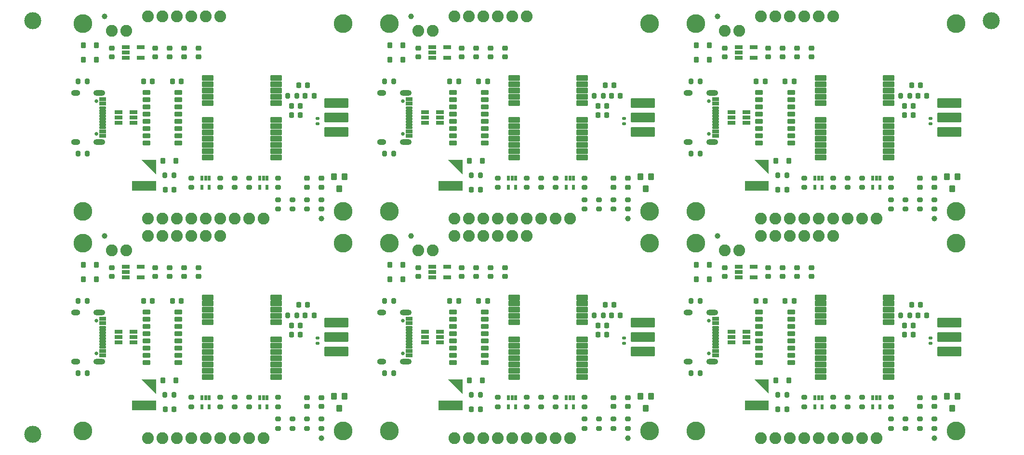
<source format=gts>
%TF.GenerationSoftware,KiCad,Pcbnew,7.0.6*%
%TF.CreationDate,2024-01-05T19:18:28-07:00*%
%TF.ProjectId,SparkFun_NEO-F10N_panelized,53706172-6b46-4756-9e5f-4e454f2d4631,rev?*%
%TF.SameCoordinates,Original*%
%TF.FileFunction,Soldermask,Top*%
%TF.FilePolarity,Negative*%
%FSLAX46Y46*%
G04 Gerber Fmt 4.6, Leading zero omitted, Abs format (unit mm)*
G04 Created by KiCad (PCBNEW 7.0.6) date 2024-01-05 19:18:28*
%MOMM*%
%LPD*%
G01*
G04 APERTURE LIST*
G04 Aperture macros list*
%AMRoundRect*
0 Rectangle with rounded corners*
0 $1 Rounding radius*
0 $2 $3 $4 $5 $6 $7 $8 $9 X,Y pos of 4 corners*
0 Add a 4 corners polygon primitive as box body*
4,1,4,$2,$3,$4,$5,$6,$7,$8,$9,$2,$3,0*
0 Add four circle primitives for the rounded corners*
1,1,$1+$1,$2,$3*
1,1,$1+$1,$4,$5*
1,1,$1+$1,$6,$7*
1,1,$1+$1,$8,$9*
0 Add four rect primitives between the rounded corners*
20,1,$1+$1,$2,$3,$4,$5,0*
20,1,$1+$1,$4,$5,$6,$7,0*
20,1,$1+$1,$6,$7,$8,$9,0*
20,1,$1+$1,$8,$9,$2,$3,0*%
G04 Aperture macros list end*
%ADD10C,3.000000*%
%ADD11C,2.082800*%
%ADD12C,3.302000*%
%ADD13RoundRect,0.101600X0.900000X0.400000X-0.900000X0.400000X-0.900000X-0.400000X0.900000X-0.400000X0*%
%ADD14RoundRect,0.140000X0.170000X-0.140000X0.170000X0.140000X-0.170000X0.140000X-0.170000X-0.140000X0*%
%ADD15RoundRect,0.200000X-0.200000X-0.275000X0.200000X-0.275000X0.200000X0.275000X-0.200000X0.275000X0*%
%ADD16RoundRect,0.225000X-0.225000X-0.250000X0.225000X-0.250000X0.225000X0.250000X-0.225000X0.250000X0*%
%ADD17RoundRect,0.200000X-0.275000X0.200000X-0.275000X-0.200000X0.275000X-0.200000X0.275000X0.200000X0*%
%ADD18RoundRect,0.225000X0.225000X0.250000X-0.225000X0.250000X-0.225000X-0.250000X0.225000X-0.250000X0*%
%ADD19RoundRect,0.101600X0.600000X-0.275000X0.600000X0.275000X-0.600000X0.275000X-0.600000X-0.275000X0*%
%ADD20RoundRect,0.225000X-0.250000X0.225000X-0.250000X-0.225000X0.250000X-0.225000X0.250000X0.225000X0*%
%ADD21RoundRect,0.101600X0.150000X0.350000X-0.150000X0.350000X-0.150000X-0.350000X0.150000X-0.350000X0*%
%ADD22RoundRect,0.101600X-0.600000X0.275000X-0.600000X-0.275000X0.600000X-0.275000X0.600000X0.275000X0*%
%ADD23RoundRect,0.200000X0.200000X0.275000X-0.200000X0.275000X-0.200000X-0.275000X0.200000X-0.275000X0*%
%ADD24RoundRect,0.101600X0.315000X0.415000X-0.315000X0.415000X-0.315000X-0.415000X0.315000X-0.415000X0*%
%ADD25RoundRect,0.225000X0.250000X-0.225000X0.250000X0.225000X-0.250000X0.225000X-0.250000X-0.225000X0*%
%ADD26RoundRect,0.101600X-2.000000X0.750000X-2.000000X-0.750000X2.000000X-0.750000X2.000000X0.750000X0*%
%ADD27C,1.000000*%
%ADD28RoundRect,0.101600X-0.600000X0.300000X-0.600000X-0.300000X0.600000X-0.300000X0.600000X0.300000X0*%
%ADD29RoundRect,0.101600X0.400000X0.450000X-0.400000X0.450000X-0.400000X-0.450000X0.400000X-0.450000X0*%
%ADD30RoundRect,0.200000X0.275000X-0.200000X0.275000X0.200000X-0.275000X0.200000X-0.275000X-0.200000X0*%
%ADD31RoundRect,0.218750X-0.256250X0.218750X-0.256250X-0.218750X0.256250X-0.218750X0.256250X0.218750X0*%
%ADD32RoundRect,0.101600X-0.315000X-0.415000X0.315000X-0.415000X0.315000X0.415000X-0.315000X0.415000X0*%
%ADD33C,0.650000*%
%ADD34RoundRect,0.070000X0.500000X-0.150000X0.500000X0.150000X-0.500000X0.150000X-0.500000X-0.150000X0*%
%ADD35RoundRect,0.070000X-0.500000X0.150000X-0.500000X-0.150000X0.500000X-0.150000X0.500000X0.150000X0*%
%ADD36RoundRect,0.070000X0.500000X-0.300000X0.500000X0.300000X-0.500000X0.300000X-0.500000X-0.300000X0*%
%ADD37RoundRect,0.070000X-0.500000X0.300000X-0.500000X-0.300000X0.500000X-0.300000X0.500000X0.300000X0*%
%ADD38O,1.600000X1.000000*%
%ADD39O,2.100000X1.000000*%
G04 APERTURE END LIST*
%TO.C,BT1*%
G36*
X123085000Y47709645D02*
G01*
X120599645Y50195000D01*
X123085000Y50195000D01*
X123085000Y47709645D01*
G37*
G36*
X123080000Y44790000D02*
G01*
X118880000Y44790000D01*
X118880000Y46490000D01*
X123080000Y46490000D01*
X123080000Y44790000D01*
G37*
G36*
X123085000Y9109645D02*
G01*
X120599645Y11595000D01*
X123085000Y11595000D01*
X123085000Y9109645D01*
G37*
G36*
X123080000Y6190000D02*
G01*
X118880000Y6190000D01*
X118880000Y7890000D01*
X123080000Y7890000D01*
X123080000Y6190000D01*
G37*
G36*
X69245000Y47709645D02*
G01*
X66759645Y50195000D01*
X69245000Y50195000D01*
X69245000Y47709645D01*
G37*
G36*
X69240000Y44790000D02*
G01*
X65040000Y44790000D01*
X65040000Y46490000D01*
X69240000Y46490000D01*
X69240000Y44790000D01*
G37*
G36*
X69245000Y9109645D02*
G01*
X66759645Y11595000D01*
X69245000Y11595000D01*
X69245000Y9109645D01*
G37*
G36*
X69240000Y6190000D02*
G01*
X65040000Y6190000D01*
X65040000Y7890000D01*
X69240000Y7890000D01*
X69240000Y6190000D01*
G37*
G36*
X15405000Y47709645D02*
G01*
X12919645Y50195000D01*
X15405000Y50195000D01*
X15405000Y47709645D01*
G37*
G36*
X15400000Y44790000D02*
G01*
X11200000Y44790000D01*
X11200000Y46490000D01*
X15400000Y46490000D01*
X15400000Y44790000D01*
G37*
G36*
X15405000Y9109645D02*
G01*
X12919645Y11595000D01*
X15405000Y11595000D01*
X15405000Y9109645D01*
G37*
G36*
X15400000Y6190000D02*
G01*
X11200000Y6190000D01*
X11200000Y7890000D01*
X15400000Y7890000D01*
X15400000Y6190000D01*
G37*
%TD*%
D10*
%TO.C,*%
X162155572Y74700000D03*
%TD*%
%TO.C,*%
X-6214428Y74700000D03*
%TD*%
%TO.C,*%
X-6214428Y2000000D03*
%TD*%
D11*
%TO.C,JP5*%
X115300000Y72890000D03*
X117840000Y72890000D03*
%TD*%
%TO.C,JP5*%
X115300000Y34290000D03*
X117840000Y34290000D03*
%TD*%
%TO.C,JP5*%
X61460000Y72890000D03*
X64000000Y72890000D03*
%TD*%
%TO.C,JP5*%
X61460000Y34290000D03*
X64000000Y34290000D03*
%TD*%
%TO.C,JP5*%
X7620000Y72890000D03*
X10160000Y72890000D03*
%TD*%
D12*
%TO.C,ST4*%
X110220000Y41140000D03*
%TD*%
%TO.C,ST4*%
X110220000Y2540000D03*
%TD*%
%TO.C,ST4*%
X56380000Y41140000D03*
%TD*%
%TO.C,ST4*%
X56380000Y2540000D03*
%TD*%
%TO.C,ST4*%
X2540000Y41140000D03*
%TD*%
D13*
%TO.C,U3*%
X144160000Y50650000D03*
X144160000Y51750000D03*
X144160000Y52850000D03*
X144160000Y53950000D03*
X144160000Y55050000D03*
X144160000Y56150000D03*
X144160000Y57250000D03*
X144160000Y60250000D03*
X144160000Y61350000D03*
X144160000Y62450000D03*
X144160000Y63550000D03*
X144160000Y64650000D03*
X132160000Y64650000D03*
X132160000Y63550000D03*
X132160000Y62450000D03*
X132160000Y61350000D03*
X132160000Y60250000D03*
X132160000Y57250000D03*
X132160000Y56150000D03*
X132160000Y55050000D03*
X132160000Y53950000D03*
X132160000Y52850000D03*
X132160000Y51750000D03*
X132160000Y50650000D03*
%TD*%
%TO.C,U3*%
X144160000Y12050000D03*
X144160000Y13150000D03*
X144160000Y14250000D03*
X144160000Y15350000D03*
X144160000Y16450000D03*
X144160000Y17550000D03*
X144160000Y18650000D03*
X144160000Y21650000D03*
X144160000Y22750000D03*
X144160000Y23850000D03*
X144160000Y24950000D03*
X144160000Y26050000D03*
X132160000Y26050000D03*
X132160000Y24950000D03*
X132160000Y23850000D03*
X132160000Y22750000D03*
X132160000Y21650000D03*
X132160000Y18650000D03*
X132160000Y17550000D03*
X132160000Y16450000D03*
X132160000Y15350000D03*
X132160000Y14250000D03*
X132160000Y13150000D03*
X132160000Y12050000D03*
%TD*%
%TO.C,U3*%
X90320000Y50650000D03*
X90320000Y51750000D03*
X90320000Y52850000D03*
X90320000Y53950000D03*
X90320000Y55050000D03*
X90320000Y56150000D03*
X90320000Y57250000D03*
X90320000Y60250000D03*
X90320000Y61350000D03*
X90320000Y62450000D03*
X90320000Y63550000D03*
X90320000Y64650000D03*
X78320000Y64650000D03*
X78320000Y63550000D03*
X78320000Y62450000D03*
X78320000Y61350000D03*
X78320000Y60250000D03*
X78320000Y57250000D03*
X78320000Y56150000D03*
X78320000Y55050000D03*
X78320000Y53950000D03*
X78320000Y52850000D03*
X78320000Y51750000D03*
X78320000Y50650000D03*
%TD*%
%TO.C,U3*%
X90320000Y12050000D03*
X90320000Y13150000D03*
X90320000Y14250000D03*
X90320000Y15350000D03*
X90320000Y16450000D03*
X90320000Y17550000D03*
X90320000Y18650000D03*
X90320000Y21650000D03*
X90320000Y22750000D03*
X90320000Y23850000D03*
X90320000Y24950000D03*
X90320000Y26050000D03*
X78320000Y26050000D03*
X78320000Y24950000D03*
X78320000Y23850000D03*
X78320000Y22750000D03*
X78320000Y21650000D03*
X78320000Y18650000D03*
X78320000Y17550000D03*
X78320000Y16450000D03*
X78320000Y15350000D03*
X78320000Y14250000D03*
X78320000Y13150000D03*
X78320000Y12050000D03*
%TD*%
%TO.C,U3*%
X36480000Y50650000D03*
X36480000Y51750000D03*
X36480000Y52850000D03*
X36480000Y53950000D03*
X36480000Y55050000D03*
X36480000Y56150000D03*
X36480000Y57250000D03*
X36480000Y60250000D03*
X36480000Y61350000D03*
X36480000Y62450000D03*
X36480000Y63550000D03*
X36480000Y64650000D03*
X24480000Y64650000D03*
X24480000Y63550000D03*
X24480000Y62450000D03*
X24480000Y61350000D03*
X24480000Y60250000D03*
X24480000Y57250000D03*
X24480000Y56150000D03*
X24480000Y55050000D03*
X24480000Y53950000D03*
X24480000Y52850000D03*
X24480000Y51750000D03*
X24480000Y50650000D03*
%TD*%
D14*
%TO.C,D6*%
X151495000Y56535000D03*
X151495000Y57495000D03*
%TD*%
%TO.C,D6*%
X151495000Y17935000D03*
X151495000Y18895000D03*
%TD*%
%TO.C,D6*%
X97655000Y56535000D03*
X97655000Y57495000D03*
%TD*%
%TO.C,D6*%
X97655000Y17935000D03*
X97655000Y18895000D03*
%TD*%
%TO.C,D6*%
X43815000Y56535000D03*
X43815000Y57495000D03*
%TD*%
D15*
%TO.C,R7*%
X124635000Y47490000D03*
X126285000Y47490000D03*
%TD*%
%TO.C,R7*%
X124635000Y8890000D03*
X126285000Y8890000D03*
%TD*%
%TO.C,R7*%
X70795000Y47490000D03*
X72445000Y47490000D03*
%TD*%
%TO.C,R7*%
X70795000Y8890000D03*
X72445000Y8890000D03*
%TD*%
%TO.C,R7*%
X16955000Y47490000D03*
X18605000Y47490000D03*
%TD*%
D16*
%TO.C,L1*%
X149291250Y61460000D03*
X150841250Y61460000D03*
%TD*%
%TO.C,L1*%
X149291250Y22860000D03*
X150841250Y22860000D03*
%TD*%
%TO.C,L1*%
X95451250Y61460000D03*
X97001250Y61460000D03*
%TD*%
%TO.C,L1*%
X95451250Y22860000D03*
X97001250Y22860000D03*
%TD*%
%TO.C,L1*%
X41611250Y61460000D03*
X43161250Y61460000D03*
%TD*%
%TO.C,C3*%
X124685000Y44950000D03*
X126235000Y44950000D03*
%TD*%
%TO.C,C3*%
X124685000Y6350000D03*
X126235000Y6350000D03*
%TD*%
%TO.C,C3*%
X70845000Y44950000D03*
X72395000Y44950000D03*
%TD*%
%TO.C,C3*%
X70845000Y6350000D03*
X72395000Y6350000D03*
%TD*%
%TO.C,C3*%
X17005000Y44950000D03*
X18555000Y44950000D03*
%TD*%
D17*
%TO.C,R30*%
X139430000Y47045000D03*
X139430000Y45395000D03*
%TD*%
%TO.C,R30*%
X139430000Y8445000D03*
X139430000Y6795000D03*
%TD*%
%TO.C,R30*%
X85590000Y47045000D03*
X85590000Y45395000D03*
%TD*%
%TO.C,R30*%
X85590000Y8445000D03*
X85590000Y6795000D03*
%TD*%
%TO.C,R30*%
X31750000Y47045000D03*
X31750000Y45395000D03*
%TD*%
D12*
%TO.C,ST3*%
X110220000Y74160000D03*
%TD*%
%TO.C,ST3*%
X110220000Y35560000D03*
%TD*%
%TO.C,ST3*%
X56380000Y74160000D03*
%TD*%
%TO.C,ST3*%
X56380000Y35560000D03*
%TD*%
%TO.C,ST3*%
X2540000Y74160000D03*
%TD*%
D18*
%TO.C,C13*%
X122425000Y64000000D03*
X120875000Y64000000D03*
%TD*%
%TO.C,C13*%
X122425000Y25400000D03*
X120875000Y25400000D03*
%TD*%
%TO.C,C13*%
X68585000Y64000000D03*
X67035000Y64000000D03*
%TD*%
%TO.C,C13*%
X68585000Y25400000D03*
X67035000Y25400000D03*
%TD*%
%TO.C,C13*%
X14745000Y64000000D03*
X13195000Y64000000D03*
%TD*%
D19*
%TO.C,U1*%
X119140100Y56700000D03*
X119140100Y57650000D03*
X119140100Y58600000D03*
X116539900Y58600000D03*
X116539900Y57700000D03*
X116539900Y56700000D03*
%TD*%
%TO.C,U1*%
X119140100Y18100000D03*
X119140100Y19050000D03*
X119140100Y20000000D03*
X116539900Y20000000D03*
X116539900Y19100000D03*
X116539900Y18100000D03*
%TD*%
%TO.C,U1*%
X65300100Y56700000D03*
X65300100Y57650000D03*
X65300100Y58600000D03*
X62699900Y58600000D03*
X62699900Y57700000D03*
X62699900Y56700000D03*
%TD*%
%TO.C,U1*%
X65300100Y18100000D03*
X65300100Y19050000D03*
X65300100Y20000000D03*
X62699900Y20000000D03*
X62699900Y19100000D03*
X62699900Y18100000D03*
%TD*%
%TO.C,U1*%
X11460100Y56700000D03*
X11460100Y57650000D03*
X11460100Y58600000D03*
X8859900Y58600000D03*
X8859900Y57700000D03*
X8859900Y56700000D03*
%TD*%
D20*
%TO.C,C1*%
X115300000Y69855000D03*
X115300000Y68305000D03*
%TD*%
%TO.C,C1*%
X115300000Y31255000D03*
X115300000Y29705000D03*
%TD*%
%TO.C,C1*%
X61460000Y69855000D03*
X61460000Y68305000D03*
%TD*%
%TO.C,C1*%
X61460000Y31255000D03*
X61460000Y29705000D03*
%TD*%
%TO.C,C1*%
X7620000Y69855000D03*
X7620000Y68305000D03*
%TD*%
D17*
%TO.C,R31*%
X144510000Y47045000D03*
X144510000Y45395000D03*
%TD*%
%TO.C,R31*%
X144510000Y8445000D03*
X144510000Y6795000D03*
%TD*%
%TO.C,R31*%
X90670000Y47045000D03*
X90670000Y45395000D03*
%TD*%
%TO.C,R31*%
X90670000Y8445000D03*
X90670000Y6795000D03*
%TD*%
%TO.C,R31*%
X36830000Y47045000D03*
X36830000Y45395000D03*
%TD*%
D18*
%TO.C,C6*%
X148460000Y59713750D03*
X146910000Y59713750D03*
%TD*%
%TO.C,C6*%
X148460000Y21113750D03*
X146910000Y21113750D03*
%TD*%
%TO.C,C6*%
X94620000Y59713750D03*
X93070000Y59713750D03*
%TD*%
%TO.C,C6*%
X94620000Y21113750D03*
X93070000Y21113750D03*
%TD*%
%TO.C,C6*%
X40780000Y59713750D03*
X39230000Y59713750D03*
%TD*%
D16*
%TO.C,C12*%
X125955000Y64000000D03*
X127505000Y64000000D03*
%TD*%
%TO.C,C12*%
X125955000Y25400000D03*
X127505000Y25400000D03*
%TD*%
%TO.C,C12*%
X72115000Y64000000D03*
X73665000Y64000000D03*
%TD*%
%TO.C,C12*%
X72115000Y25400000D03*
X73665000Y25400000D03*
%TD*%
%TO.C,C12*%
X18275000Y64000000D03*
X19825000Y64000000D03*
%TD*%
D18*
%TO.C,C7*%
X149730000Y63365000D03*
X148180000Y63365000D03*
%TD*%
%TO.C,C7*%
X149730000Y24765000D03*
X148180000Y24765000D03*
%TD*%
%TO.C,C7*%
X95890000Y63365000D03*
X94340000Y63365000D03*
%TD*%
%TO.C,C7*%
X95890000Y24765000D03*
X94340000Y24765000D03*
%TD*%
%TO.C,C7*%
X42050000Y63365000D03*
X40500000Y63365000D03*
%TD*%
D21*
%TO.C,D3*%
X142620000Y47020000D03*
X141970000Y47020000D03*
X141320000Y47020000D03*
X141320000Y45420000D03*
X142620000Y45420000D03*
%TD*%
%TO.C,D3*%
X142620000Y8420000D03*
X141970000Y8420000D03*
X141320000Y8420000D03*
X141320000Y6820000D03*
X142620000Y6820000D03*
%TD*%
%TO.C,D3*%
X88780000Y47020000D03*
X88130000Y47020000D03*
X87480000Y47020000D03*
X87480000Y45420000D03*
X88780000Y45420000D03*
%TD*%
%TO.C,D3*%
X88780000Y8420000D03*
X88130000Y8420000D03*
X87480000Y8420000D03*
X87480000Y6820000D03*
X88780000Y6820000D03*
%TD*%
%TO.C,D3*%
X34940000Y47020000D03*
X34290000Y47020000D03*
X33640000Y47020000D03*
X33640000Y45420000D03*
X34940000Y45420000D03*
%TD*%
D20*
%TO.C,C8*%
X125460000Y69855000D03*
X125460000Y68305000D03*
%TD*%
%TO.C,C8*%
X125460000Y31255000D03*
X125460000Y29705000D03*
%TD*%
%TO.C,C8*%
X71620000Y69855000D03*
X71620000Y68305000D03*
%TD*%
%TO.C,C8*%
X71620000Y31255000D03*
X71620000Y29705000D03*
%TD*%
%TO.C,C8*%
X17780000Y69855000D03*
X17780000Y68305000D03*
%TD*%
D18*
%TO.C,C4*%
X148460000Y58126250D03*
X146910000Y58126250D03*
%TD*%
%TO.C,C4*%
X148460000Y19526250D03*
X146910000Y19526250D03*
%TD*%
%TO.C,C4*%
X94620000Y58126250D03*
X93070000Y58126250D03*
%TD*%
%TO.C,C4*%
X94620000Y19526250D03*
X93070000Y19526250D03*
%TD*%
%TO.C,C4*%
X40780000Y58126250D03*
X39230000Y58126250D03*
%TD*%
D11*
%TO.C,J4*%
X134350000Y75430000D03*
X131810000Y75430000D03*
X129270000Y75430000D03*
X126730000Y75430000D03*
X124190000Y75430000D03*
X121650000Y75430000D03*
%TD*%
%TO.C,J4*%
X134350000Y36830000D03*
X131810000Y36830000D03*
X129270000Y36830000D03*
X126730000Y36830000D03*
X124190000Y36830000D03*
X121650000Y36830000D03*
%TD*%
%TO.C,J4*%
X80510000Y75430000D03*
X77970000Y75430000D03*
X75430000Y75430000D03*
X72890000Y75430000D03*
X70350000Y75430000D03*
X67810000Y75430000D03*
%TD*%
%TO.C,J4*%
X80510000Y36830000D03*
X77970000Y36830000D03*
X75430000Y36830000D03*
X72890000Y36830000D03*
X70350000Y36830000D03*
X67810000Y36830000D03*
%TD*%
%TO.C,J4*%
X26670000Y75430000D03*
X24130000Y75430000D03*
X21590000Y75430000D03*
X19050000Y75430000D03*
X16510000Y75430000D03*
X13970000Y75430000D03*
%TD*%
D22*
%TO.C,U2*%
X117809900Y70030000D03*
X117809900Y69080000D03*
X117809900Y68130000D03*
X120410100Y68130000D03*
X120410100Y70030000D03*
%TD*%
%TO.C,U2*%
X117809900Y31430000D03*
X117809900Y30480000D03*
X117809900Y29530000D03*
X120410100Y29530000D03*
X120410100Y31430000D03*
%TD*%
%TO.C,U2*%
X63969900Y70030000D03*
X63969900Y69080000D03*
X63969900Y68130000D03*
X66570100Y68130000D03*
X66570100Y70030000D03*
%TD*%
%TO.C,U2*%
X63969900Y31430000D03*
X63969900Y30480000D03*
X63969900Y29530000D03*
X66570100Y29530000D03*
X66570100Y31430000D03*
%TD*%
%TO.C,U2*%
X10129900Y70030000D03*
X10129900Y69080000D03*
X10129900Y68130000D03*
X12730100Y68130000D03*
X12730100Y70030000D03*
%TD*%
D12*
%TO.C,ST1*%
X155940000Y74160000D03*
%TD*%
%TO.C,ST1*%
X155940000Y35560000D03*
%TD*%
%TO.C,ST1*%
X102100000Y74160000D03*
%TD*%
%TO.C,ST1*%
X102100000Y35560000D03*
%TD*%
%TO.C,ST1*%
X48260000Y74160000D03*
%TD*%
D23*
%TO.C,R1*%
X111045000Y51300000D03*
X109395000Y51300000D03*
%TD*%
%TO.C,R1*%
X111045000Y12700000D03*
X109395000Y12700000D03*
%TD*%
%TO.C,R1*%
X57205000Y51300000D03*
X55555000Y51300000D03*
%TD*%
%TO.C,R1*%
X57205000Y12700000D03*
X55555000Y12700000D03*
%TD*%
%TO.C,R1*%
X3365000Y51300000D03*
X1715000Y51300000D03*
%TD*%
D24*
%TO.C,D8*%
X110340000Y67810000D03*
X112640000Y67810000D03*
%TD*%
%TO.C,D8*%
X110340000Y29210000D03*
X112640000Y29210000D03*
%TD*%
%TO.C,D8*%
X56500000Y67810000D03*
X58800000Y67810000D03*
%TD*%
%TO.C,D8*%
X56500000Y29210000D03*
X58800000Y29210000D03*
%TD*%
%TO.C,D8*%
X2660000Y67810000D03*
X4960000Y67810000D03*
%TD*%
D25*
%TO.C,C16*%
X130540000Y68305000D03*
X130540000Y69855000D03*
%TD*%
%TO.C,C16*%
X130540000Y29705000D03*
X130540000Y31255000D03*
%TD*%
%TO.C,C16*%
X76700000Y68305000D03*
X76700000Y69855000D03*
%TD*%
%TO.C,C16*%
X76700000Y29705000D03*
X76700000Y31255000D03*
%TD*%
%TO.C,C16*%
X22860000Y68305000D03*
X22860000Y69855000D03*
%TD*%
D26*
%TO.C,J5*%
X154797000Y60190000D03*
X154797000Y55110000D03*
X154797000Y57650000D03*
%TD*%
%TO.C,J5*%
X154797000Y21590000D03*
X154797000Y16510000D03*
X154797000Y19050000D03*
%TD*%
%TO.C,J5*%
X100957000Y60190000D03*
X100957000Y55110000D03*
X100957000Y57650000D03*
%TD*%
%TO.C,J5*%
X100957000Y21590000D03*
X100957000Y16510000D03*
X100957000Y19050000D03*
%TD*%
%TO.C,J5*%
X47117000Y60190000D03*
X47117000Y55110000D03*
X47117000Y57650000D03*
%TD*%
D27*
%TO.C,FID4*%
X152130000Y39870000D03*
%TD*%
%TO.C,FID4*%
X152130000Y1270000D03*
%TD*%
%TO.C,FID4*%
X98290000Y39870000D03*
%TD*%
%TO.C,FID4*%
X98290000Y1270000D03*
%TD*%
%TO.C,FID4*%
X44450000Y39870000D03*
%TD*%
D28*
%TO.C,U8*%
X121390000Y62095000D03*
X121390000Y60825000D03*
X121390000Y59555000D03*
X121390000Y58285000D03*
X121390000Y57015000D03*
X121390000Y55745000D03*
X121390000Y54475000D03*
X121390000Y53205000D03*
X126990000Y53205000D03*
X126990000Y54475000D03*
X126990000Y55745000D03*
X126990000Y57015000D03*
X126990000Y58285000D03*
X126990000Y59555000D03*
X126990000Y60825000D03*
X126990000Y62095000D03*
%TD*%
%TO.C,U8*%
X121390000Y23495000D03*
X121390000Y22225000D03*
X121390000Y20955000D03*
X121390000Y19685000D03*
X121390000Y18415000D03*
X121390000Y17145000D03*
X121390000Y15875000D03*
X121390000Y14605000D03*
X126990000Y14605000D03*
X126990000Y15875000D03*
X126990000Y17145000D03*
X126990000Y18415000D03*
X126990000Y19685000D03*
X126990000Y20955000D03*
X126990000Y22225000D03*
X126990000Y23495000D03*
%TD*%
%TO.C,U8*%
X67550000Y62095000D03*
X67550000Y60825000D03*
X67550000Y59555000D03*
X67550000Y58285000D03*
X67550000Y57015000D03*
X67550000Y55745000D03*
X67550000Y54475000D03*
X67550000Y53205000D03*
X73150000Y53205000D03*
X73150000Y54475000D03*
X73150000Y55745000D03*
X73150000Y57015000D03*
X73150000Y58285000D03*
X73150000Y59555000D03*
X73150000Y60825000D03*
X73150000Y62095000D03*
%TD*%
%TO.C,U8*%
X67550000Y23495000D03*
X67550000Y22225000D03*
X67550000Y20955000D03*
X67550000Y19685000D03*
X67550000Y18415000D03*
X67550000Y17145000D03*
X67550000Y15875000D03*
X67550000Y14605000D03*
X73150000Y14605000D03*
X73150000Y15875000D03*
X73150000Y17145000D03*
X73150000Y18415000D03*
X73150000Y19685000D03*
X73150000Y20955000D03*
X73150000Y22225000D03*
X73150000Y23495000D03*
%TD*%
%TO.C,U8*%
X13710000Y62095000D03*
X13710000Y60825000D03*
X13710000Y59555000D03*
X13710000Y58285000D03*
X13710000Y57015000D03*
X13710000Y55745000D03*
X13710000Y54475000D03*
X13710000Y53205000D03*
X19310000Y53205000D03*
X19310000Y54475000D03*
X19310000Y55745000D03*
X19310000Y57015000D03*
X19310000Y58285000D03*
X19310000Y59555000D03*
X19310000Y60825000D03*
X19310000Y62095000D03*
%TD*%
D29*
%TO.C,Q1*%
X156255000Y47220000D03*
X154355000Y47220000D03*
X155305000Y45120000D03*
%TD*%
%TO.C,Q1*%
X156255000Y8620000D03*
X154355000Y8620000D03*
X155305000Y6520000D03*
%TD*%
%TO.C,Q1*%
X102415000Y47220000D03*
X100515000Y47220000D03*
X101465000Y45120000D03*
%TD*%
%TO.C,Q1*%
X102415000Y8620000D03*
X100515000Y8620000D03*
X101465000Y6520000D03*
%TD*%
%TO.C,Q1*%
X48575000Y47220000D03*
X46675000Y47220000D03*
X47625000Y45120000D03*
%TD*%
D17*
%TO.C,R16*%
X134350000Y47045000D03*
X134350000Y45395000D03*
%TD*%
%TO.C,R16*%
X134350000Y8445000D03*
X134350000Y6795000D03*
%TD*%
%TO.C,R16*%
X80510000Y47045000D03*
X80510000Y45395000D03*
%TD*%
%TO.C,R16*%
X80510000Y8445000D03*
X80510000Y6795000D03*
%TD*%
%TO.C,R16*%
X26670000Y47045000D03*
X26670000Y45395000D03*
%TD*%
D20*
%TO.C,L2*%
X128000000Y69855000D03*
X128000000Y68305000D03*
%TD*%
%TO.C,L2*%
X128000000Y31255000D03*
X128000000Y29705000D03*
%TD*%
%TO.C,L2*%
X74160000Y69855000D03*
X74160000Y68305000D03*
%TD*%
%TO.C,L2*%
X74160000Y31255000D03*
X74160000Y29705000D03*
%TD*%
%TO.C,L2*%
X20320000Y69855000D03*
X20320000Y68305000D03*
%TD*%
D21*
%TO.C,D2*%
X132460000Y47020000D03*
X131810000Y47020000D03*
X131160000Y47020000D03*
X131160000Y45420000D03*
X132460000Y45420000D03*
%TD*%
%TO.C,D2*%
X132460000Y8420000D03*
X131810000Y8420000D03*
X131160000Y8420000D03*
X131160000Y6820000D03*
X132460000Y6820000D03*
%TD*%
%TO.C,D2*%
X78620000Y47020000D03*
X77970000Y47020000D03*
X77320000Y47020000D03*
X77320000Y45420000D03*
X78620000Y45420000D03*
%TD*%
%TO.C,D2*%
X78620000Y8420000D03*
X77970000Y8420000D03*
X77320000Y8420000D03*
X77320000Y6820000D03*
X78620000Y6820000D03*
%TD*%
%TO.C,D2*%
X24780000Y47020000D03*
X24130000Y47020000D03*
X23480000Y47020000D03*
X23480000Y45420000D03*
X24780000Y45420000D03*
%TD*%
D20*
%TO.C,C2*%
X122920000Y69855000D03*
X122920000Y68305000D03*
%TD*%
%TO.C,C2*%
X122920000Y31255000D03*
X122920000Y29705000D03*
%TD*%
%TO.C,C2*%
X69080000Y69855000D03*
X69080000Y68305000D03*
%TD*%
%TO.C,C2*%
X69080000Y31255000D03*
X69080000Y29705000D03*
%TD*%
%TO.C,C2*%
X15240000Y69855000D03*
X15240000Y68305000D03*
%TD*%
D30*
%TO.C,R4*%
X149590000Y41585000D03*
X149590000Y43235000D03*
%TD*%
%TO.C,R4*%
X149590000Y2985000D03*
X149590000Y4635000D03*
%TD*%
%TO.C,R4*%
X95750000Y41585000D03*
X95750000Y43235000D03*
%TD*%
%TO.C,R4*%
X95750000Y2985000D03*
X95750000Y4635000D03*
%TD*%
%TO.C,R4*%
X41910000Y41585000D03*
X41910000Y43235000D03*
%TD*%
D31*
%TO.C,D1*%
X149590000Y47007500D03*
X149590000Y45432500D03*
%TD*%
%TO.C,D1*%
X149590000Y8407500D03*
X149590000Y6832500D03*
%TD*%
%TO.C,D1*%
X95750000Y47007500D03*
X95750000Y45432500D03*
%TD*%
%TO.C,D1*%
X95750000Y8407500D03*
X95750000Y6832500D03*
%TD*%
%TO.C,D1*%
X41910000Y47007500D03*
X41910000Y45432500D03*
%TD*%
D30*
%TO.C,R5*%
X152130000Y41585000D03*
X152130000Y43235000D03*
%TD*%
%TO.C,R5*%
X152130000Y2985000D03*
X152130000Y4635000D03*
%TD*%
%TO.C,R5*%
X98290000Y41585000D03*
X98290000Y43235000D03*
%TD*%
%TO.C,R5*%
X98290000Y2985000D03*
X98290000Y4635000D03*
%TD*%
%TO.C,R5*%
X44450000Y41585000D03*
X44450000Y43235000D03*
%TD*%
D23*
%TO.C,R2*%
X111045000Y64000000D03*
X109395000Y64000000D03*
%TD*%
%TO.C,R2*%
X111045000Y25400000D03*
X109395000Y25400000D03*
%TD*%
%TO.C,R2*%
X57205000Y64000000D03*
X55555000Y64000000D03*
%TD*%
%TO.C,R2*%
X57205000Y25400000D03*
X55555000Y25400000D03*
%TD*%
%TO.C,R2*%
X3365000Y64000000D03*
X1715000Y64000000D03*
%TD*%
D32*
%TO.C,D5*%
X126610000Y50030000D03*
X124310000Y50030000D03*
%TD*%
%TO.C,D5*%
X126610000Y11430000D03*
X124310000Y11430000D03*
%TD*%
%TO.C,D5*%
X72770000Y50030000D03*
X70470000Y50030000D03*
%TD*%
%TO.C,D5*%
X72770000Y11430000D03*
X70470000Y11430000D03*
%TD*%
%TO.C,D5*%
X18930000Y50030000D03*
X16630000Y50030000D03*
%TD*%
D17*
%TO.C,R29*%
X136890000Y47045000D03*
X136890000Y45395000D03*
%TD*%
%TO.C,R29*%
X136890000Y8445000D03*
X136890000Y6795000D03*
%TD*%
%TO.C,R29*%
X83050000Y47045000D03*
X83050000Y45395000D03*
%TD*%
%TO.C,R29*%
X83050000Y8445000D03*
X83050000Y6795000D03*
%TD*%
%TO.C,R29*%
X29210000Y47045000D03*
X29210000Y45395000D03*
%TD*%
D12*
%TO.C,ST2*%
X155940000Y41140000D03*
%TD*%
%TO.C,ST2*%
X155940000Y2540000D03*
%TD*%
%TO.C,ST2*%
X102100000Y41140000D03*
%TD*%
%TO.C,ST2*%
X102100000Y2540000D03*
%TD*%
%TO.C,ST2*%
X48260000Y41140000D03*
%TD*%
D24*
%TO.C,D7*%
X110340000Y70350000D03*
X112640000Y70350000D03*
%TD*%
%TO.C,D7*%
X110340000Y31750000D03*
X112640000Y31750000D03*
%TD*%
%TO.C,D7*%
X56500000Y70350000D03*
X58800000Y70350000D03*
%TD*%
%TO.C,D7*%
X56500000Y31750000D03*
X58800000Y31750000D03*
%TD*%
%TO.C,D7*%
X2660000Y70350000D03*
X4960000Y70350000D03*
%TD*%
D33*
%TO.C,J1*%
X112585000Y60540000D03*
X112585000Y54760000D03*
D34*
X113690000Y58900000D03*
X113690000Y57900000D03*
D35*
X113690000Y57400000D03*
X113690000Y56400000D03*
X113690000Y55900000D03*
X113690000Y56900000D03*
D34*
X113690000Y58400000D03*
X113690000Y59400000D03*
D36*
X113690000Y60875000D03*
D37*
X113690000Y54425000D03*
D38*
X108935000Y61968000D03*
D39*
X113115000Y61968000D03*
X113115000Y53332000D03*
D38*
X108935000Y53332000D03*
D36*
X113690000Y60100000D03*
D37*
X113690000Y55200000D03*
%TD*%
D33*
%TO.C,J1*%
X112585000Y21940000D03*
X112585000Y16160000D03*
D34*
X113690000Y20300000D03*
X113690000Y19300000D03*
D35*
X113690000Y18800000D03*
X113690000Y17800000D03*
X113690000Y17300000D03*
X113690000Y18300000D03*
D34*
X113690000Y19800000D03*
X113690000Y20800000D03*
D36*
X113690000Y22275000D03*
D37*
X113690000Y15825000D03*
D38*
X108935000Y23368000D03*
D39*
X113115000Y23368000D03*
X113115000Y14732000D03*
D38*
X108935000Y14732000D03*
D36*
X113690000Y21500000D03*
D37*
X113690000Y16600000D03*
%TD*%
D33*
%TO.C,J1*%
X58745000Y60540000D03*
X58745000Y54760000D03*
D34*
X59850000Y58900000D03*
X59850000Y57900000D03*
D35*
X59850000Y57400000D03*
X59850000Y56400000D03*
X59850000Y55900000D03*
X59850000Y56900000D03*
D34*
X59850000Y58400000D03*
X59850000Y59400000D03*
D36*
X59850000Y60875000D03*
D37*
X59850000Y54425000D03*
D38*
X55095000Y61968000D03*
D39*
X59275000Y61968000D03*
X59275000Y53332000D03*
D38*
X55095000Y53332000D03*
D36*
X59850000Y60100000D03*
D37*
X59850000Y55200000D03*
%TD*%
D33*
%TO.C,J1*%
X58745000Y21940000D03*
X58745000Y16160000D03*
D34*
X59850000Y20300000D03*
X59850000Y19300000D03*
D35*
X59850000Y18800000D03*
X59850000Y17800000D03*
X59850000Y17300000D03*
X59850000Y18300000D03*
D34*
X59850000Y19800000D03*
X59850000Y20800000D03*
D36*
X59850000Y22275000D03*
D37*
X59850000Y15825000D03*
D38*
X55095000Y23368000D03*
D39*
X59275000Y23368000D03*
X59275000Y14732000D03*
D38*
X55095000Y14732000D03*
D36*
X59850000Y21500000D03*
D37*
X59850000Y16600000D03*
%TD*%
D33*
%TO.C,J1*%
X4905000Y60540000D03*
X4905000Y54760000D03*
D34*
X6010000Y58900000D03*
X6010000Y57900000D03*
D35*
X6010000Y57400000D03*
X6010000Y56400000D03*
X6010000Y55900000D03*
X6010000Y56900000D03*
D34*
X6010000Y58400000D03*
X6010000Y59400000D03*
D36*
X6010000Y60875000D03*
D37*
X6010000Y54425000D03*
D38*
X1255000Y61968000D03*
D39*
X5435000Y61968000D03*
X5435000Y53332000D03*
D38*
X1255000Y53332000D03*
D36*
X6010000Y60100000D03*
D37*
X6010000Y55200000D03*
%TD*%
D17*
%TO.C,R15*%
X129270000Y47045000D03*
X129270000Y45395000D03*
%TD*%
%TO.C,R15*%
X129270000Y8445000D03*
X129270000Y6795000D03*
%TD*%
%TO.C,R15*%
X75430000Y47045000D03*
X75430000Y45395000D03*
%TD*%
%TO.C,R15*%
X75430000Y8445000D03*
X75430000Y6795000D03*
%TD*%
%TO.C,R15*%
X21590000Y47045000D03*
X21590000Y45395000D03*
%TD*%
D23*
%TO.C,R3*%
X147875000Y61460000D03*
X146225000Y61460000D03*
%TD*%
%TO.C,R3*%
X147875000Y22860000D03*
X146225000Y22860000D03*
%TD*%
%TO.C,R3*%
X94035000Y61460000D03*
X92385000Y61460000D03*
%TD*%
%TO.C,R3*%
X94035000Y22860000D03*
X92385000Y22860000D03*
%TD*%
%TO.C,R3*%
X40195000Y61460000D03*
X38545000Y61460000D03*
%TD*%
D30*
%TO.C,R34*%
X147050000Y41585000D03*
X147050000Y43235000D03*
%TD*%
%TO.C,R34*%
X147050000Y2985000D03*
X147050000Y4635000D03*
%TD*%
%TO.C,R34*%
X93210000Y41585000D03*
X93210000Y43235000D03*
%TD*%
%TO.C,R34*%
X93210000Y2985000D03*
X93210000Y4635000D03*
%TD*%
%TO.C,R34*%
X39370000Y41585000D03*
X39370000Y43235000D03*
%TD*%
D27*
%TO.C,FID3*%
X114030000Y75430000D03*
%TD*%
%TO.C,FID3*%
X114030000Y36830000D03*
%TD*%
%TO.C,FID3*%
X60190000Y75430000D03*
%TD*%
%TO.C,FID3*%
X60190000Y36830000D03*
%TD*%
%TO.C,FID3*%
X6350000Y75430000D03*
%TD*%
D17*
%TO.C,R12*%
X144510000Y43235000D03*
X144510000Y41585000D03*
%TD*%
%TO.C,R12*%
X144510000Y4635000D03*
X144510000Y2985000D03*
%TD*%
%TO.C,R12*%
X90670000Y43235000D03*
X90670000Y41585000D03*
%TD*%
%TO.C,R12*%
X90670000Y4635000D03*
X90670000Y2985000D03*
%TD*%
%TO.C,R12*%
X36830000Y43235000D03*
X36830000Y41585000D03*
%TD*%
D11*
%TO.C,J2*%
X141970000Y39870000D03*
X139430000Y39870000D03*
X136890000Y39870000D03*
X134350000Y39870000D03*
X131810000Y39870000D03*
X129270000Y39870000D03*
X126730000Y39870000D03*
X124190000Y39870000D03*
X121650000Y39870000D03*
%TD*%
%TO.C,J2*%
X141970000Y1270000D03*
X139430000Y1270000D03*
X136890000Y1270000D03*
X134350000Y1270000D03*
X131810000Y1270000D03*
X129270000Y1270000D03*
X126730000Y1270000D03*
X124190000Y1270000D03*
X121650000Y1270000D03*
%TD*%
%TO.C,J2*%
X88130000Y39870000D03*
X85590000Y39870000D03*
X83050000Y39870000D03*
X80510000Y39870000D03*
X77970000Y39870000D03*
X75430000Y39870000D03*
X72890000Y39870000D03*
X70350000Y39870000D03*
X67810000Y39870000D03*
%TD*%
%TO.C,J2*%
X88130000Y1270000D03*
X85590000Y1270000D03*
X83050000Y1270000D03*
X80510000Y1270000D03*
X77970000Y1270000D03*
X75430000Y1270000D03*
X72890000Y1270000D03*
X70350000Y1270000D03*
X67810000Y1270000D03*
%TD*%
%TO.C,J2*%
X34290000Y39870000D03*
X31750000Y39870000D03*
X29210000Y39870000D03*
X26670000Y39870000D03*
X24130000Y39870000D03*
X21590000Y39870000D03*
X19050000Y39870000D03*
X16510000Y39870000D03*
X13970000Y39870000D03*
%TD*%
D31*
%TO.C,D4*%
X152130000Y47007500D03*
X152130000Y45432500D03*
%TD*%
%TO.C,D4*%
X152130000Y8407500D03*
X152130000Y6832500D03*
%TD*%
%TO.C,D4*%
X98290000Y47007500D03*
X98290000Y45432500D03*
%TD*%
%TO.C,D4*%
X98290000Y8407500D03*
X98290000Y6832500D03*
%TD*%
%TO.C,D4*%
X44450000Y47007500D03*
X44450000Y45432500D03*
%TD*%
%TO.C,D4*%
X44450000Y8407500D03*
X44450000Y6832500D03*
%TD*%
D11*
%TO.C,J2*%
X34290000Y1270000D03*
X31750000Y1270000D03*
X29210000Y1270000D03*
X26670000Y1270000D03*
X24130000Y1270000D03*
X21590000Y1270000D03*
X19050000Y1270000D03*
X16510000Y1270000D03*
X13970000Y1270000D03*
%TD*%
D17*
%TO.C,R12*%
X36830000Y4635000D03*
X36830000Y2985000D03*
%TD*%
D27*
%TO.C,FID3*%
X6350000Y36830000D03*
%TD*%
D30*
%TO.C,R34*%
X39370000Y2985000D03*
X39370000Y4635000D03*
%TD*%
D23*
%TO.C,R3*%
X40195000Y22860000D03*
X38545000Y22860000D03*
%TD*%
D17*
%TO.C,R15*%
X21590000Y8445000D03*
X21590000Y6795000D03*
%TD*%
D33*
%TO.C,J1*%
X4905000Y21940000D03*
X4905000Y16160000D03*
D34*
X6010000Y20300000D03*
X6010000Y19300000D03*
D35*
X6010000Y18800000D03*
X6010000Y17800000D03*
X6010000Y17300000D03*
X6010000Y18300000D03*
D34*
X6010000Y19800000D03*
X6010000Y20800000D03*
D36*
X6010000Y22275000D03*
D37*
X6010000Y15825000D03*
D38*
X1255000Y23368000D03*
D39*
X5435000Y23368000D03*
X5435000Y14732000D03*
D38*
X1255000Y14732000D03*
D36*
X6010000Y21500000D03*
D37*
X6010000Y16600000D03*
%TD*%
D24*
%TO.C,D7*%
X2660000Y31750000D03*
X4960000Y31750000D03*
%TD*%
D12*
%TO.C,ST2*%
X48260000Y2540000D03*
%TD*%
D17*
%TO.C,R29*%
X29210000Y8445000D03*
X29210000Y6795000D03*
%TD*%
D32*
%TO.C,D5*%
X18930000Y11430000D03*
X16630000Y11430000D03*
%TD*%
D23*
%TO.C,R2*%
X3365000Y25400000D03*
X1715000Y25400000D03*
%TD*%
D30*
%TO.C,R5*%
X44450000Y2985000D03*
X44450000Y4635000D03*
%TD*%
D31*
%TO.C,D1*%
X41910000Y8407500D03*
X41910000Y6832500D03*
%TD*%
D30*
%TO.C,R4*%
X41910000Y2985000D03*
X41910000Y4635000D03*
%TD*%
D20*
%TO.C,C2*%
X15240000Y31255000D03*
X15240000Y29705000D03*
%TD*%
D21*
%TO.C,D2*%
X24780000Y8420000D03*
X24130000Y8420000D03*
X23480000Y8420000D03*
X23480000Y6820000D03*
X24780000Y6820000D03*
%TD*%
D20*
%TO.C,L2*%
X20320000Y31255000D03*
X20320000Y29705000D03*
%TD*%
D17*
%TO.C,R16*%
X26670000Y8445000D03*
X26670000Y6795000D03*
%TD*%
D29*
%TO.C,Q1*%
X48575000Y8620000D03*
X46675000Y8620000D03*
X47625000Y6520000D03*
%TD*%
D28*
%TO.C,U8*%
X13710000Y23495000D03*
X13710000Y22225000D03*
X13710000Y20955000D03*
X13710000Y19685000D03*
X13710000Y18415000D03*
X13710000Y17145000D03*
X13710000Y15875000D03*
X13710000Y14605000D03*
X19310000Y14605000D03*
X19310000Y15875000D03*
X19310000Y17145000D03*
X19310000Y18415000D03*
X19310000Y19685000D03*
X19310000Y20955000D03*
X19310000Y22225000D03*
X19310000Y23495000D03*
%TD*%
D27*
%TO.C,FID4*%
X44450000Y1270000D03*
%TD*%
D26*
%TO.C,J5*%
X47117000Y21590000D03*
X47117000Y16510000D03*
X47117000Y19050000D03*
%TD*%
D25*
%TO.C,C16*%
X22860000Y29705000D03*
X22860000Y31255000D03*
%TD*%
D24*
%TO.C,D8*%
X2660000Y29210000D03*
X4960000Y29210000D03*
%TD*%
D23*
%TO.C,R1*%
X3365000Y12700000D03*
X1715000Y12700000D03*
%TD*%
D12*
%TO.C,ST1*%
X48260000Y35560000D03*
%TD*%
D22*
%TO.C,U2*%
X10129900Y31430000D03*
X10129900Y30480000D03*
X10129900Y29530000D03*
X12730100Y29530000D03*
X12730100Y31430000D03*
%TD*%
D11*
%TO.C,J4*%
X26670000Y36830000D03*
X24130000Y36830000D03*
X21590000Y36830000D03*
X19050000Y36830000D03*
X16510000Y36830000D03*
X13970000Y36830000D03*
%TD*%
D18*
%TO.C,C4*%
X40780000Y19526250D03*
X39230000Y19526250D03*
%TD*%
D20*
%TO.C,C8*%
X17780000Y31255000D03*
X17780000Y29705000D03*
%TD*%
D21*
%TO.C,D3*%
X34940000Y8420000D03*
X34290000Y8420000D03*
X33640000Y8420000D03*
X33640000Y6820000D03*
X34940000Y6820000D03*
%TD*%
D18*
%TO.C,C7*%
X42050000Y24765000D03*
X40500000Y24765000D03*
%TD*%
D16*
%TO.C,C12*%
X18275000Y25400000D03*
X19825000Y25400000D03*
%TD*%
D18*
%TO.C,C6*%
X40780000Y21113750D03*
X39230000Y21113750D03*
%TD*%
D17*
%TO.C,R31*%
X36830000Y8445000D03*
X36830000Y6795000D03*
%TD*%
D20*
%TO.C,C1*%
X7620000Y31255000D03*
X7620000Y29705000D03*
%TD*%
D19*
%TO.C,U1*%
X11460100Y18100000D03*
X11460100Y19050000D03*
X11460100Y20000000D03*
X8859900Y20000000D03*
X8859900Y19100000D03*
X8859900Y18100000D03*
%TD*%
D18*
%TO.C,C13*%
X14745000Y25400000D03*
X13195000Y25400000D03*
%TD*%
D12*
%TO.C,ST3*%
X2540000Y35560000D03*
%TD*%
D17*
%TO.C,R30*%
X31750000Y8445000D03*
X31750000Y6795000D03*
%TD*%
D16*
%TO.C,C3*%
X17005000Y6350000D03*
X18555000Y6350000D03*
%TD*%
%TO.C,L1*%
X41611250Y22860000D03*
X43161250Y22860000D03*
%TD*%
D15*
%TO.C,R7*%
X16955000Y8890000D03*
X18605000Y8890000D03*
%TD*%
D14*
%TO.C,D6*%
X43815000Y17935000D03*
X43815000Y18895000D03*
%TD*%
D13*
%TO.C,U3*%
X36480000Y12050000D03*
X36480000Y13150000D03*
X36480000Y14250000D03*
X36480000Y15350000D03*
X36480000Y16450000D03*
X36480000Y17550000D03*
X36480000Y18650000D03*
X36480000Y21650000D03*
X36480000Y22750000D03*
X36480000Y23850000D03*
X36480000Y24950000D03*
X36480000Y26050000D03*
X24480000Y26050000D03*
X24480000Y24950000D03*
X24480000Y23850000D03*
X24480000Y22750000D03*
X24480000Y21650000D03*
X24480000Y18650000D03*
X24480000Y17550000D03*
X24480000Y16450000D03*
X24480000Y15350000D03*
X24480000Y14250000D03*
X24480000Y13150000D03*
X24480000Y12050000D03*
%TD*%
D12*
%TO.C,ST4*%
X2540000Y2540000D03*
%TD*%
D11*
%TO.C,JP5*%
X7620000Y34290000D03*
X10160000Y34290000D03*
%TD*%
M02*

</source>
